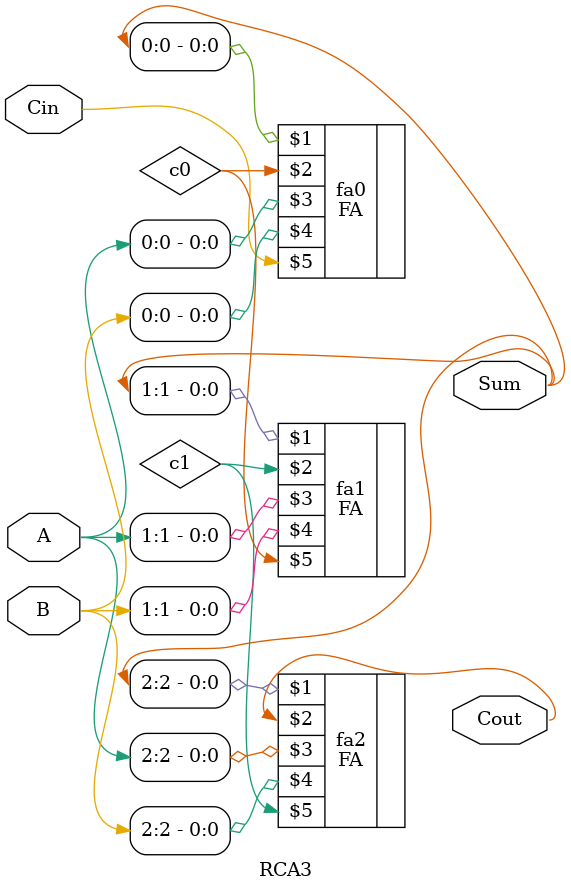
<source format=v>
module RCA3 (Sum, Cout, A, B, Cin);

	input [2:0] A, B;
	input Cin;
	output [2:0] Sum;
	output Cout;

	wire c0, c1;

	FA fa0 (Sum[0], c0, A[0], B[0], Cin);
	FA fa1 (Sum[1], c1, A[1], B[1], c0);
	FA fa2 (Sum[2], Cout, A[2], B[2], c1);
	
endmodule
</source>
